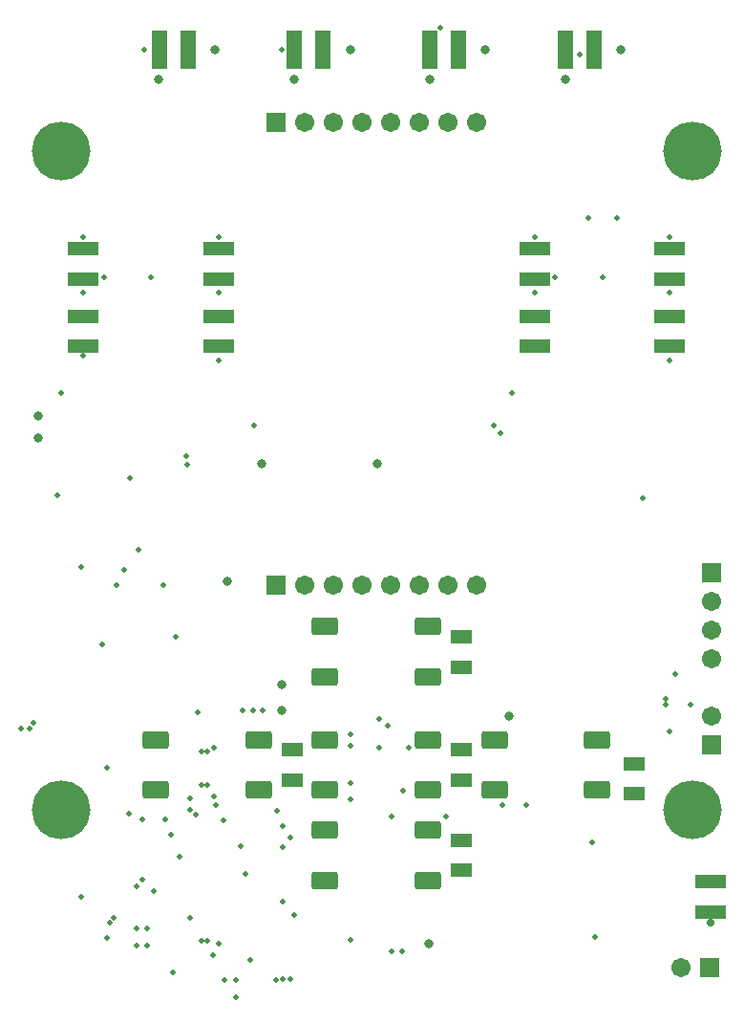
<source format=gts>
G04*
G04 #@! TF.GenerationSoftware,Altium Limited,Altium Designer,20.1.8 (145)*
G04*
G04 Layer_Color=8388736*
%FSLAX25Y25*%
%MOIN*%
G70*
G04*
G04 #@! TF.SameCoordinates,CC740219-02E3-49CA-8287-50D337AD25DE*
G04*
G04*
G04 #@! TF.FilePolarity,Negative*
G04*
G01*
G75*
%ADD18R,0.11036X0.05131*%
%ADD19R,0.07493X0.05131*%
%ADD20R,0.05800X0.13320*%
G04:AMPARAMS|DCode=21|XSize=90.68mil|YSize=62.33mil|CornerRadius=8.07mil|HoleSize=0mil|Usage=FLASHONLY|Rotation=0.000|XOffset=0mil|YOffset=0mil|HoleType=Round|Shape=RoundedRectangle|*
%AMROUNDEDRECTD21*
21,1,0.09068,0.04618,0,0,0.0*
21,1,0.07453,0.06233,0,0,0.0*
1,1,0.01615,0.03726,-0.02309*
1,1,0.01615,-0.03726,-0.02309*
1,1,0.01615,-0.03726,0.02309*
1,1,0.01615,0.03726,0.02309*
%
%ADD21ROUNDEDRECTD21*%
%ADD22C,0.20485*%
%ADD23C,0.06706*%
%ADD24R,0.06706X0.06706*%
%ADD25R,0.06706X0.06706*%
%ADD26C,0.01981*%
%ADD27C,0.03162*%
%ADD28C,0.02769*%
D18*
X281354Y416693D02*
D03*
Y427323D02*
D03*
X328598Y416693D02*
D03*
Y427323D02*
D03*
Y450945D02*
D03*
Y440315D02*
D03*
X281354Y450945D02*
D03*
Y440315D02*
D03*
X123874Y450945D02*
D03*
Y440315D02*
D03*
X171118Y450945D02*
D03*
Y440315D02*
D03*
Y416693D02*
D03*
Y427323D02*
D03*
X123874Y416693D02*
D03*
Y427323D02*
D03*
X342815Y230010D02*
D03*
Y219380D02*
D03*
D19*
X255961Y276142D02*
D03*
Y265512D02*
D03*
Y304882D02*
D03*
Y315512D02*
D03*
X316000Y260685D02*
D03*
Y271315D02*
D03*
X196906Y276142D02*
D03*
Y265512D02*
D03*
X255961Y244646D02*
D03*
Y234016D02*
D03*
D20*
X150366Y520189D02*
D03*
X160366D02*
D03*
X207610D02*
D03*
X197610D02*
D03*
X244854D02*
D03*
X254854D02*
D03*
X302098D02*
D03*
X292098D02*
D03*
D21*
X303205Y279646D02*
D03*
Y262008D02*
D03*
X267378Y279646D02*
D03*
Y262008D02*
D03*
X244150Y319016D02*
D03*
Y301378D02*
D03*
X208323Y319016D02*
D03*
Y301378D02*
D03*
X185095Y279646D02*
D03*
Y262008D02*
D03*
X149268Y279646D02*
D03*
Y262008D02*
D03*
X244150Y279646D02*
D03*
Y262008D02*
D03*
X208323Y279646D02*
D03*
Y262008D02*
D03*
X244150Y248150D02*
D03*
Y230512D02*
D03*
X208323Y248150D02*
D03*
Y230512D02*
D03*
D22*
X336472Y485000D02*
D03*
Y255079D02*
D03*
X116000Y485000D02*
D03*
Y255079D02*
D03*
D23*
X261236Y494842D02*
D03*
X251236D02*
D03*
X241236D02*
D03*
X231236D02*
D03*
X221236D02*
D03*
X211236D02*
D03*
X201236D02*
D03*
X261236Y333425D02*
D03*
X251236D02*
D03*
X241236D02*
D03*
X231236D02*
D03*
X221236D02*
D03*
X211236D02*
D03*
X201236D02*
D03*
X332579Y200079D02*
D03*
X343000Y308000D02*
D03*
Y318000D02*
D03*
Y328000D02*
D03*
Y288000D02*
D03*
D24*
X191236Y494842D02*
D03*
Y333425D02*
D03*
X342579Y200079D02*
D03*
D25*
X343000Y338000D02*
D03*
Y278000D02*
D03*
D26*
X302353Y211001D02*
D03*
X217000Y210000D02*
D03*
X335665Y292000D02*
D03*
X328500Y282500D02*
D03*
X327000Y294000D02*
D03*
X330500Y302500D02*
D03*
X327000Y292000D02*
D03*
X123270Y225000D02*
D03*
X131999Y270001D02*
D03*
X139931Y253861D02*
D03*
X132222Y210516D02*
D03*
X146000Y207728D02*
D03*
X142608D02*
D03*
X146000Y213984D02*
D03*
X142608D02*
D03*
X105000Y283500D02*
D03*
X102000D02*
D03*
X177000Y190000D02*
D03*
X114713Y364847D02*
D03*
X106500Y285500D02*
D03*
X269472Y386378D02*
D03*
X160000Y375500D02*
D03*
X159925Y378424D02*
D03*
X151976Y333630D02*
D03*
X138000Y339000D02*
D03*
X123000Y340000D02*
D03*
X156122Y315493D02*
D03*
X328623Y435402D02*
D03*
X130500Y313000D02*
D03*
X135476Y333630D02*
D03*
X143000Y346000D02*
D03*
X140000Y371000D02*
D03*
X183634Y389134D02*
D03*
X267067Y389067D02*
D03*
X171118Y411926D02*
D03*
X123874Y413374D02*
D03*
X145311Y520189D02*
D03*
X193000D02*
D03*
X171142Y435402D02*
D03*
X310000Y461500D02*
D03*
X248500Y528000D02*
D03*
X300000Y461500D02*
D03*
X297000Y518500D02*
D03*
X281354Y454902D02*
D03*
X319000Y364000D02*
D03*
X116020Y400500D02*
D03*
X273500D02*
D03*
X328623Y411902D02*
D03*
X171130Y454913D02*
D03*
X123874Y454902D02*
D03*
X123898Y435402D02*
D03*
X281379D02*
D03*
X328610Y454913D02*
D03*
X227000Y286989D02*
D03*
X230000Y284500D02*
D03*
X231500Y253000D02*
D03*
X235500Y262000D02*
D03*
X237500Y277000D02*
D03*
X186501Y290001D02*
D03*
X183001D02*
D03*
X179502Y290002D02*
D03*
X250500Y253000D02*
D03*
X270000Y257000D02*
D03*
X278500D02*
D03*
X217000Y259000D02*
D03*
X191500Y255000D02*
D03*
X169500Y260000D02*
D03*
X170000Y257000D02*
D03*
X301500Y244000D02*
D03*
X170993Y208509D02*
D03*
X169500Y277000D02*
D03*
X165000Y275516D02*
D03*
X167047D02*
D03*
Y263953D02*
D03*
X163000Y253500D02*
D03*
X165000Y264000D02*
D03*
X161142Y259142D02*
D03*
X134500Y217500D02*
D03*
X163962Y289090D02*
D03*
X133000Y216000D02*
D03*
X155295Y198500D02*
D03*
X169000Y204500D02*
D03*
X165027Y209527D02*
D03*
X167047Y209547D02*
D03*
X182000Y203000D02*
D03*
X191000Y195996D02*
D03*
X193500Y196158D02*
D03*
X196000Y196104D02*
D03*
X235201Y206000D02*
D03*
X231500D02*
D03*
X217000Y264500D02*
D03*
X173000Y196000D02*
D03*
X177000D02*
D03*
X197500Y218500D02*
D03*
X196000Y245500D02*
D03*
X193500Y242016D02*
D03*
Y249500D02*
D03*
X217000Y281500D02*
D03*
Y277500D02*
D03*
X172953Y251453D02*
D03*
X227000Y277000D02*
D03*
X152556Y251696D02*
D03*
X142500Y228500D02*
D03*
X144499Y251696D02*
D03*
X148500Y227000D02*
D03*
X193390Y223110D02*
D03*
X161142Y255175D02*
D03*
X144500Y231000D02*
D03*
X154500Y246500D02*
D03*
X157517Y238858D02*
D03*
X180453Y232953D02*
D03*
X161142Y217517D02*
D03*
X147520Y441000D02*
D03*
X131020D02*
D03*
X288500D02*
D03*
X305000D02*
D03*
X178858Y242483D02*
D03*
D27*
X244537Y208463D02*
D03*
X169768Y520189D02*
D03*
X217012D02*
D03*
X264256D02*
D03*
X311500D02*
D03*
X226500Y375681D02*
D03*
X186319D02*
D03*
X174000Y335000D02*
D03*
X108000Y392530D02*
D03*
X197544Y510000D02*
D03*
X150305Y510000D02*
D03*
X244782D02*
D03*
X292098Y510000D02*
D03*
X108000Y385000D02*
D03*
X193000Y299000D02*
D03*
Y290000D02*
D03*
X272500Y287925D02*
D03*
D28*
X342815Y215868D02*
D03*
M02*

</source>
